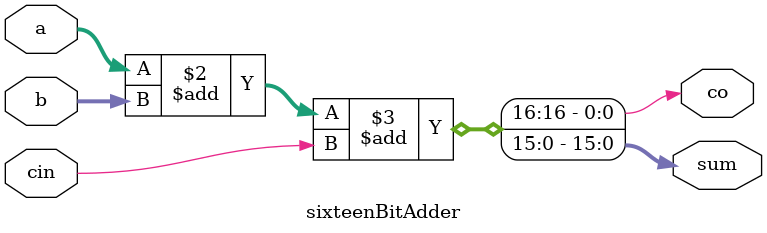
<source format=v>
`timescale 1ns / 1ps
module sixteenBitAdder(
    input [15:0] a,
    input [15:0] b,
    output reg [15:0] sum, 
    output reg co,
    input cin
    );
	 always@(a or b or cin)
	 begin
		{co,sum} = a + b + cin;
	 end

endmodule

</source>
